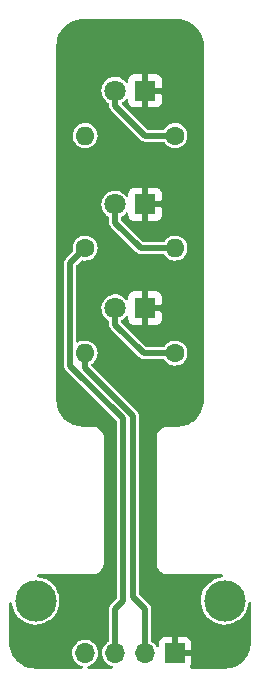
<source format=gtl>
G04 #@! TF.GenerationSoftware,KiCad,Pcbnew,6.0.5-a6ca702e91~116~ubuntu20.04.1*
G04 #@! TF.CreationDate,2022-06-20T08:29:12+02:00*
G04 #@! TF.ProjectId,traffic_lights_vehicle,74726166-6669-4635-9f6c-69676874735f,1.0*
G04 #@! TF.SameCoordinates,Original*
G04 #@! TF.FileFunction,Copper,L1,Top*
G04 #@! TF.FilePolarity,Positive*
%FSLAX46Y46*%
G04 Gerber Fmt 4.6, Leading zero omitted, Abs format (unit mm)*
G04 Created by KiCad (PCBNEW 6.0.5-a6ca702e91~116~ubuntu20.04.1) date 2022-06-20 08:29:12*
%MOMM*%
%LPD*%
G01*
G04 APERTURE LIST*
G04 #@! TA.AperFunction,ComponentPad*
%ADD10R,1.800000X1.800000*%
G04 #@! TD*
G04 #@! TA.AperFunction,ComponentPad*
%ADD11C,1.800000*%
G04 #@! TD*
G04 #@! TA.AperFunction,ComponentPad*
%ADD12R,1.700000X1.700000*%
G04 #@! TD*
G04 #@! TA.AperFunction,ComponentPad*
%ADD13O,1.700000X1.700000*%
G04 #@! TD*
G04 #@! TA.AperFunction,ComponentPad*
%ADD14C,1.600000*%
G04 #@! TD*
G04 #@! TA.AperFunction,ComponentPad*
%ADD15O,1.600000X1.600000*%
G04 #@! TD*
G04 #@! TA.AperFunction,ViaPad*
%ADD16C,3.500000*%
G04 #@! TD*
G04 #@! TA.AperFunction,Conductor*
%ADD17C,0.500000*%
G04 #@! TD*
G04 #@! TA.AperFunction,Conductor*
%ADD18C,0.250000*%
G04 #@! TD*
G04 APERTURE END LIST*
D10*
X111760000Y-50800000D03*
D11*
X109220000Y-50800000D03*
D10*
X111760000Y-60445000D03*
D11*
X109220000Y-60445000D03*
D10*
X111760000Y-69215000D03*
D11*
X109220000Y-69215000D03*
D12*
X114300000Y-98425000D03*
D13*
X111760000Y-98425000D03*
X109220000Y-98425000D03*
X106680000Y-98425000D03*
D14*
X114300000Y-54610000D03*
D15*
X106680000Y-54610000D03*
D14*
X106680000Y-64135000D03*
D15*
X114300000Y-64135000D03*
D14*
X114300000Y-73025000D03*
D15*
X106680000Y-73025000D03*
D16*
X118500000Y-94000000D03*
X102500000Y-94000000D03*
D17*
X111757208Y-54610000D02*
X109220000Y-52072792D01*
X114300000Y-54610000D02*
X111757208Y-54610000D01*
X109220000Y-52072792D02*
X109220000Y-50800000D01*
D18*
X111760000Y-54610000D02*
X109220000Y-52070000D01*
D17*
X109220000Y-60445000D02*
X109220000Y-61976000D01*
X109220000Y-61976000D02*
X111379000Y-64135000D01*
X111379000Y-64135000D02*
X114300000Y-64135000D01*
X109855000Y-78561814D02*
X105429999Y-74136813D01*
X109220000Y-94682919D02*
X109855000Y-94047919D01*
X109855000Y-94047919D02*
X109855000Y-78561814D01*
D18*
X105410000Y-74295000D02*
X105410000Y-65405000D01*
X105411410Y-74295000D02*
X105410000Y-74295000D01*
D17*
X105429999Y-74136813D02*
X105429999Y-65385001D01*
X109220000Y-95250000D02*
X109220000Y-94682919D01*
X105429999Y-65385001D02*
X106680000Y-64135000D01*
X109220000Y-98425000D02*
X109220000Y-95250000D01*
X111760000Y-73025000D02*
X114300000Y-73025000D01*
X109220000Y-69215000D02*
X109220000Y-70612000D01*
X109220000Y-70612000D02*
X111633000Y-73025000D01*
X111633000Y-73025000D02*
X111760000Y-73025000D01*
X111760000Y-94682919D02*
X110744000Y-93666919D01*
X110744000Y-78359000D02*
X106680000Y-74295000D01*
X111760000Y-98425000D02*
X111760000Y-95250000D01*
X110744000Y-93666919D02*
X110744000Y-78359000D01*
X106680000Y-74295000D02*
X106680000Y-73025000D01*
X111760000Y-95250000D02*
X111760000Y-94682919D01*
X115550001Y-53190001D02*
X113160000Y-50800000D01*
X113160000Y-60445000D02*
X115550001Y-58054999D01*
X113160000Y-69215000D02*
X115550001Y-66824999D01*
X115550001Y-71605001D02*
X113160000Y-69215000D01*
D18*
X115425001Y-62960001D02*
X115425001Y-66699999D01*
X115425001Y-66699999D02*
X112910000Y-69215000D01*
D17*
X111760000Y-69215000D02*
X113160000Y-69215000D01*
X115550001Y-62835001D02*
X113160000Y-60445000D01*
D18*
X112910000Y-69215000D02*
X111760000Y-69215000D01*
D17*
X111760000Y-60445000D02*
X113160000Y-60445000D01*
X111760000Y-78740000D02*
X115550001Y-74949999D01*
D18*
X112910000Y-69215000D02*
X115570000Y-71875000D01*
D17*
X111760000Y-91995000D02*
X111760000Y-78740000D01*
D18*
X112910000Y-50800000D02*
X111760000Y-50800000D01*
X115570000Y-71875000D02*
X115570000Y-74930000D01*
D17*
X114300000Y-98425000D02*
X114300000Y-95250000D01*
X115550001Y-74949999D02*
X115550001Y-71605001D01*
X115550001Y-58054999D02*
X115550001Y-53190001D01*
X114300000Y-95250000D02*
X114300000Y-94535000D01*
X114300000Y-94535000D02*
X111760000Y-91995000D01*
X115550001Y-66824999D02*
X115550001Y-62835001D01*
X113160000Y-50800000D02*
X111760000Y-50800000D01*
G04 #@! TA.AperFunction,Conductor*
G36*
X114487103Y-44756921D02*
G01*
X114500000Y-44759486D01*
X114512172Y-44757065D01*
X114524580Y-44757065D01*
X114524580Y-44757385D01*
X114535456Y-44756645D01*
X114763057Y-44770412D01*
X114778161Y-44772246D01*
X115029885Y-44818376D01*
X115044658Y-44822017D01*
X115288996Y-44898156D01*
X115303214Y-44903549D01*
X115536584Y-45008579D01*
X115550057Y-45015650D01*
X115769069Y-45148049D01*
X115781590Y-45156692D01*
X115983043Y-45314519D01*
X115994432Y-45324609D01*
X116175391Y-45505568D01*
X116185481Y-45516957D01*
X116343308Y-45718410D01*
X116351951Y-45730931D01*
X116484350Y-45949943D01*
X116491421Y-45963416D01*
X116596450Y-46196782D01*
X116601846Y-46211009D01*
X116677983Y-46455342D01*
X116681624Y-46470115D01*
X116727754Y-46721839D01*
X116729588Y-46736943D01*
X116743355Y-46964544D01*
X116742615Y-46975420D01*
X116742935Y-46975420D01*
X116742935Y-46987828D01*
X116740514Y-47000000D01*
X116742935Y-47012170D01*
X116743079Y-47012894D01*
X116745500Y-47037476D01*
X116745500Y-76962524D01*
X116743079Y-76987103D01*
X116740514Y-77000000D01*
X116742935Y-77012172D01*
X116742935Y-77024580D01*
X116742615Y-77024580D01*
X116743355Y-77035456D01*
X116729588Y-77263057D01*
X116727754Y-77278161D01*
X116681624Y-77529885D01*
X116677983Y-77544658D01*
X116601846Y-77788991D01*
X116596451Y-77803214D01*
X116491421Y-78036584D01*
X116484350Y-78050057D01*
X116351951Y-78269069D01*
X116343308Y-78281590D01*
X116185481Y-78483043D01*
X116175391Y-78494432D01*
X115994432Y-78675391D01*
X115983043Y-78685481D01*
X115781590Y-78843308D01*
X115769069Y-78851951D01*
X115550057Y-78984350D01*
X115536586Y-78991420D01*
X115303214Y-79096451D01*
X115288996Y-79101844D01*
X115112162Y-79156948D01*
X115044658Y-79177983D01*
X115029885Y-79181624D01*
X114778161Y-79227754D01*
X114763057Y-79229588D01*
X114535456Y-79243355D01*
X114524580Y-79242615D01*
X114524580Y-79242935D01*
X114512172Y-79242935D01*
X114500000Y-79240514D01*
X114487103Y-79243079D01*
X114462524Y-79245500D01*
X113787476Y-79245500D01*
X113762897Y-79243079D01*
X113750000Y-79240514D01*
X113739688Y-79242565D01*
X113735459Y-79242935D01*
X113734448Y-79242935D01*
X113732850Y-79243163D01*
X113574904Y-79256982D01*
X113569591Y-79258406D01*
X113569589Y-79258406D01*
X113522900Y-79270916D01*
X113405128Y-79302473D01*
X113245832Y-79376755D01*
X113241330Y-79379907D01*
X113241327Y-79379909D01*
X113241326Y-79379910D01*
X113101853Y-79477569D01*
X112977569Y-79601853D01*
X112974416Y-79606356D01*
X112916080Y-79689670D01*
X112876755Y-79745832D01*
X112802473Y-79905128D01*
X112756982Y-80074904D01*
X112743164Y-80232845D01*
X112742935Y-80234448D01*
X112742935Y-80235459D01*
X112742565Y-80239688D01*
X112740514Y-80250000D01*
X112742935Y-80262170D01*
X112743079Y-80262894D01*
X112745500Y-80287476D01*
X112745500Y-90712524D01*
X112743079Y-90737103D01*
X112740514Y-90750000D01*
X112742565Y-90760312D01*
X112742935Y-90764541D01*
X112742935Y-90765552D01*
X112743163Y-90767150D01*
X112756982Y-90925096D01*
X112802473Y-91094872D01*
X112804795Y-91099852D01*
X112804796Y-91099854D01*
X112872713Y-91245500D01*
X112876755Y-91254169D01*
X112977569Y-91398147D01*
X113101853Y-91522431D01*
X113106356Y-91525584D01*
X113241327Y-91620091D01*
X113241330Y-91620093D01*
X113245832Y-91623245D01*
X113405128Y-91697527D01*
X113522900Y-91729084D01*
X113569589Y-91741594D01*
X113569591Y-91741594D01*
X113574904Y-91743018D01*
X113732850Y-91756837D01*
X113734448Y-91757065D01*
X113735459Y-91757065D01*
X113739688Y-91757435D01*
X113750000Y-91759486D01*
X113762897Y-91756921D01*
X113787476Y-91754500D01*
X118240540Y-91754500D01*
X118308661Y-91774502D01*
X118355154Y-91828158D01*
X118365258Y-91898432D01*
X118335764Y-91963012D01*
X118276038Y-92001396D01*
X118256334Y-92005506D01*
X118252568Y-92005982D01*
X118248128Y-92006226D01*
X118243768Y-92007093D01*
X118243762Y-92007094D01*
X118107296Y-92034239D01*
X117969715Y-92061606D01*
X117965505Y-92063084D01*
X117965503Y-92063085D01*
X117914996Y-92080822D01*
X117701884Y-92155662D01*
X117697933Y-92157715D01*
X117697927Y-92157717D01*
X117453926Y-92284465D01*
X117449976Y-92286517D01*
X117446361Y-92289100D01*
X117446355Y-92289104D01*
X117404214Y-92319219D01*
X117219020Y-92451561D01*
X117013623Y-92647501D01*
X117010867Y-92650997D01*
X117010866Y-92650998D01*
X116976291Y-92694856D01*
X116837882Y-92870426D01*
X116835645Y-92874278D01*
X116697540Y-93112042D01*
X116697537Y-93112048D01*
X116695306Y-93115889D01*
X116693636Y-93120012D01*
X116590411Y-93374861D01*
X116590408Y-93374869D01*
X116588738Y-93378993D01*
X116520305Y-93654488D01*
X116491372Y-93936876D01*
X116493852Y-94000000D01*
X116500743Y-94175386D01*
X116502516Y-94220524D01*
X116553516Y-94499772D01*
X116593719Y-94620276D01*
X116628256Y-94723795D01*
X116643353Y-94769048D01*
X116686294Y-94854986D01*
X116728954Y-94940361D01*
X116770236Y-95022980D01*
X116931631Y-95256500D01*
X117124320Y-95464950D01*
X117127774Y-95467762D01*
X117341001Y-95641356D01*
X117341005Y-95641359D01*
X117344458Y-95644170D01*
X117587652Y-95790585D01*
X117591747Y-95792319D01*
X117591749Y-95792320D01*
X117774820Y-95869840D01*
X117849049Y-95901272D01*
X117853342Y-95902410D01*
X117853347Y-95902412D01*
X117996898Y-95940473D01*
X118123435Y-95974024D01*
X118405334Y-96007389D01*
X118689122Y-96000701D01*
X118693517Y-95999969D01*
X118693522Y-95999969D01*
X118964734Y-95954827D01*
X118964738Y-95954826D01*
X118969136Y-95954094D01*
X119146887Y-95897878D01*
X119235544Y-95869840D01*
X119235546Y-95869839D01*
X119239790Y-95868497D01*
X119243801Y-95866571D01*
X119243806Y-95866569D01*
X119491665Y-95747549D01*
X119491666Y-95747548D01*
X119495684Y-95745619D01*
X119651724Y-95641356D01*
X119728002Y-95590389D01*
X119728006Y-95590386D01*
X119731710Y-95587911D01*
X119735027Y-95584940D01*
X119735031Y-95584937D01*
X119939845Y-95401490D01*
X119943161Y-95398520D01*
X120125817Y-95181225D01*
X120128174Y-95177446D01*
X120273669Y-94944152D01*
X120273671Y-94944149D01*
X120276033Y-94940361D01*
X120286230Y-94917297D01*
X120313777Y-94854985D01*
X120390813Y-94680734D01*
X120399151Y-94651172D01*
X120424360Y-94561785D01*
X120467866Y-94407525D01*
X120494621Y-94208328D01*
X120523514Y-94143476D01*
X120582881Y-94104540D01*
X120653874Y-94103881D01*
X120713954Y-94141708D01*
X120744046Y-94206012D01*
X120745500Y-94225101D01*
X120745500Y-97462524D01*
X120743079Y-97487103D01*
X120740514Y-97500000D01*
X120742935Y-97512172D01*
X120742935Y-97524580D01*
X120742615Y-97524580D01*
X120743355Y-97535456D01*
X120729588Y-97763057D01*
X120727754Y-97778161D01*
X120681624Y-98029885D01*
X120677983Y-98044658D01*
X120631329Y-98194378D01*
X120601846Y-98288991D01*
X120596451Y-98303214D01*
X120515513Y-98483053D01*
X120491421Y-98536584D01*
X120484350Y-98550057D01*
X120351951Y-98769069D01*
X120343308Y-98781590D01*
X120328484Y-98800512D01*
X120205265Y-98957791D01*
X120185481Y-98983043D01*
X120175391Y-98994432D01*
X119994432Y-99175391D01*
X119983043Y-99185481D01*
X119781590Y-99343308D01*
X119769069Y-99351951D01*
X119605565Y-99450794D01*
X119555240Y-99481217D01*
X119550057Y-99484350D01*
X119536586Y-99491420D01*
X119303214Y-99596451D01*
X119288996Y-99601844D01*
X119112162Y-99656948D01*
X119044658Y-99677983D01*
X119029885Y-99681624D01*
X118778161Y-99727754D01*
X118763057Y-99729588D01*
X118535456Y-99743355D01*
X118524580Y-99742615D01*
X118524580Y-99742935D01*
X118512172Y-99742935D01*
X118500000Y-99740514D01*
X118487103Y-99743079D01*
X118462524Y-99745500D01*
X115684156Y-99745500D01*
X115616035Y-99725498D01*
X115569542Y-99671842D01*
X115559438Y-99601568D01*
X115583329Y-99543937D01*
X115594784Y-99528652D01*
X115603324Y-99513054D01*
X115648478Y-99392606D01*
X115652105Y-99377351D01*
X115657631Y-99326486D01*
X115658000Y-99319672D01*
X115658000Y-98697115D01*
X115653525Y-98681876D01*
X115652135Y-98680671D01*
X115644452Y-98679000D01*
X114172000Y-98679000D01*
X114103879Y-98658998D01*
X114057386Y-98605342D01*
X114046000Y-98553000D01*
X114046000Y-98152885D01*
X114554000Y-98152885D01*
X114558475Y-98168124D01*
X114559865Y-98169329D01*
X114567548Y-98171000D01*
X115639884Y-98171000D01*
X115655123Y-98166525D01*
X115656328Y-98165135D01*
X115657999Y-98157452D01*
X115657999Y-97530331D01*
X115657629Y-97523510D01*
X115652105Y-97472648D01*
X115648479Y-97457396D01*
X115603324Y-97336946D01*
X115594786Y-97321351D01*
X115518285Y-97219276D01*
X115505724Y-97206715D01*
X115403649Y-97130214D01*
X115388054Y-97121676D01*
X115267606Y-97076522D01*
X115252351Y-97072895D01*
X115201486Y-97067369D01*
X115194672Y-97067000D01*
X114572115Y-97067000D01*
X114556876Y-97071475D01*
X114555671Y-97072865D01*
X114554000Y-97080548D01*
X114554000Y-98152885D01*
X114046000Y-98152885D01*
X114046000Y-97085116D01*
X114041525Y-97069877D01*
X114040135Y-97068672D01*
X114032452Y-97067001D01*
X113405331Y-97067001D01*
X113398510Y-97067371D01*
X113347648Y-97072895D01*
X113332396Y-97076521D01*
X113211946Y-97121676D01*
X113196351Y-97130214D01*
X113094276Y-97206715D01*
X113081715Y-97219276D01*
X113005214Y-97321351D01*
X112996676Y-97336946D01*
X112951522Y-97457394D01*
X112947895Y-97472649D01*
X112942369Y-97523514D01*
X112942000Y-97530328D01*
X112942000Y-97785160D01*
X112921998Y-97853281D01*
X112868342Y-97899774D01*
X112798068Y-97909878D01*
X112733488Y-97880384D01*
X112708567Y-97850994D01*
X112708331Y-97850608D01*
X112705776Y-97845428D01*
X112584320Y-97682779D01*
X112435258Y-97544987D01*
X112430375Y-97541906D01*
X112430371Y-97541903D01*
X112323265Y-97474325D01*
X112276326Y-97421058D01*
X112264500Y-97367763D01*
X112264500Y-94753543D01*
X112265841Y-94741538D01*
X112265345Y-94741498D01*
X112266065Y-94732551D01*
X112268046Y-94723795D01*
X112264742Y-94670538D01*
X112264500Y-94662736D01*
X112264500Y-94646693D01*
X112263371Y-94638805D01*
X112263034Y-94636455D01*
X112262004Y-94626400D01*
X112259654Y-94588520D01*
X112259654Y-94588518D01*
X112259098Y-94579561D01*
X112256051Y-94571120D01*
X112255372Y-94567842D01*
X112251416Y-94551974D01*
X112250473Y-94548750D01*
X112249201Y-94539867D01*
X112245487Y-94531698D01*
X112245485Y-94531692D01*
X112229775Y-94497140D01*
X112225961Y-94487771D01*
X112223914Y-94482101D01*
X112210028Y-94443635D01*
X112204731Y-94436385D01*
X112203154Y-94433418D01*
X112194907Y-94419305D01*
X112193102Y-94416482D01*
X112189388Y-94408314D01*
X112179090Y-94396362D01*
X112164162Y-94379038D01*
X112158753Y-94372761D01*
X112152475Y-94364855D01*
X112144527Y-94353975D01*
X112133665Y-94343113D01*
X112127307Y-94336266D01*
X112100915Y-94305637D01*
X112095056Y-94298837D01*
X112087521Y-94293953D01*
X112080949Y-94288220D01*
X112069545Y-94278993D01*
X111285405Y-93494853D01*
X111251379Y-93432541D01*
X111248500Y-93405758D01*
X111248500Y-78429624D01*
X111249841Y-78417619D01*
X111249345Y-78417579D01*
X111250065Y-78408632D01*
X111252046Y-78399876D01*
X111248742Y-78346619D01*
X111248500Y-78338817D01*
X111248500Y-78322774D01*
X111247034Y-78312536D01*
X111246004Y-78302481D01*
X111243654Y-78264601D01*
X111243654Y-78264599D01*
X111243098Y-78255642D01*
X111240051Y-78247201D01*
X111239372Y-78243923D01*
X111235416Y-78228055D01*
X111234473Y-78224831D01*
X111233201Y-78215948D01*
X111229487Y-78207779D01*
X111229485Y-78207773D01*
X111213775Y-78173221D01*
X111209961Y-78163852D01*
X111197077Y-78128163D01*
X111194028Y-78119716D01*
X111188731Y-78112466D01*
X111187154Y-78109499D01*
X111178907Y-78095386D01*
X111177102Y-78092563D01*
X111173388Y-78084395D01*
X111142753Y-78048842D01*
X111136475Y-78040936D01*
X111128527Y-78030056D01*
X111117665Y-78019194D01*
X111111307Y-78012347D01*
X111084915Y-77981718D01*
X111079056Y-77974918D01*
X111071521Y-77970034D01*
X111064949Y-77964301D01*
X111053545Y-77955074D01*
X107221405Y-74122934D01*
X107187379Y-74060622D01*
X107184500Y-74033839D01*
X107184500Y-74028357D01*
X107204502Y-73960236D01*
X107242794Y-73922162D01*
X107247763Y-73919652D01*
X107252615Y-73915861D01*
X107252620Y-73915858D01*
X107329242Y-73855993D01*
X107410722Y-73792334D01*
X107414748Y-73787670D01*
X107414751Y-73787667D01*
X107541819Y-73640457D01*
X107541820Y-73640455D01*
X107545848Y-73635789D01*
X107603953Y-73533507D01*
X107644950Y-73461340D01*
X107644952Y-73461336D01*
X107647995Y-73455979D01*
X107686273Y-73340911D01*
X107711325Y-73265601D01*
X107711326Y-73265598D01*
X107713270Y-73259753D01*
X107739189Y-73054586D01*
X107739602Y-73025000D01*
X107719422Y-72819189D01*
X107659651Y-72621217D01*
X107606099Y-72520500D01*
X107565459Y-72444067D01*
X107565457Y-72444064D01*
X107562565Y-72438625D01*
X107558674Y-72433855D01*
X107558672Y-72433851D01*
X107435758Y-72283143D01*
X107435755Y-72283140D01*
X107431863Y-72278368D01*
X107427114Y-72274439D01*
X107277271Y-72150478D01*
X107277266Y-72150475D01*
X107272522Y-72146550D01*
X107267103Y-72143620D01*
X107267100Y-72143618D01*
X107096032Y-72051122D01*
X107096027Y-72051120D01*
X107090612Y-72048192D01*
X106893063Y-71987040D01*
X106886938Y-71986396D01*
X106886937Y-71986396D01*
X106693526Y-71966068D01*
X106693524Y-71966068D01*
X106687397Y-71965424D01*
X106561229Y-71976906D01*
X106487591Y-71983607D01*
X106487590Y-71983607D01*
X106481450Y-71984166D01*
X106283066Y-72042554D01*
X106118873Y-72128392D01*
X106049239Y-72142226D01*
X105983178Y-72116216D01*
X105941666Y-72058620D01*
X105934499Y-72016730D01*
X105934499Y-69184649D01*
X108060951Y-69184649D01*
X108074829Y-69396377D01*
X108127058Y-69602031D01*
X108215890Y-69794723D01*
X108338350Y-69968000D01*
X108490337Y-70116059D01*
X108495133Y-70119264D01*
X108495136Y-70119266D01*
X108565806Y-70166486D01*
X108659503Y-70229092D01*
X108705030Y-70283568D01*
X108715500Y-70333856D01*
X108715500Y-70541376D01*
X108714159Y-70553381D01*
X108714655Y-70553421D01*
X108713935Y-70562368D01*
X108711954Y-70571124D01*
X108712510Y-70580084D01*
X108715258Y-70624382D01*
X108715500Y-70632184D01*
X108715500Y-70648226D01*
X108716135Y-70652657D01*
X108716135Y-70652662D01*
X108716965Y-70658453D01*
X108717996Y-70668514D01*
X108720902Y-70715359D01*
X108723949Y-70723799D01*
X108724630Y-70727089D01*
X108728582Y-70742938D01*
X108729527Y-70746168D01*
X108730799Y-70755052D01*
X108734514Y-70763223D01*
X108750218Y-70797763D01*
X108754030Y-70807128D01*
X108766922Y-70842837D01*
X108766924Y-70842840D01*
X108769972Y-70851284D01*
X108775268Y-70858533D01*
X108776840Y-70861490D01*
X108785093Y-70875614D01*
X108786898Y-70878437D01*
X108790612Y-70886605D01*
X108796469Y-70893402D01*
X108796470Y-70893404D01*
X108821243Y-70922153D01*
X108827525Y-70930064D01*
X108835473Y-70940944D01*
X108846335Y-70951806D01*
X108852693Y-70958652D01*
X108884944Y-70996082D01*
X108892479Y-71000966D01*
X108899051Y-71006699D01*
X108910455Y-71015926D01*
X111226323Y-73331794D01*
X111233865Y-73341234D01*
X111234245Y-73340911D01*
X111240063Y-73347747D01*
X111244853Y-73355339D01*
X111251581Y-73361281D01*
X111284859Y-73390671D01*
X111290546Y-73396017D01*
X111301880Y-73407351D01*
X111305466Y-73410038D01*
X111305471Y-73410043D01*
X111310159Y-73413557D01*
X111317997Y-73419938D01*
X111353170Y-73451001D01*
X111361293Y-73454815D01*
X111364104Y-73456661D01*
X111378103Y-73465072D01*
X111381052Y-73466686D01*
X111388235Y-73472070D01*
X111425023Y-73485861D01*
X111432174Y-73488542D01*
X111441494Y-73492469D01*
X111483982Y-73512417D01*
X111492853Y-73513798D01*
X111496075Y-73514783D01*
X111511846Y-73518920D01*
X111515140Y-73519644D01*
X111523552Y-73522798D01*
X111532510Y-73523464D01*
X111532511Y-73523464D01*
X111570350Y-73526276D01*
X111580374Y-73527426D01*
X111593697Y-73529500D01*
X111609062Y-73529500D01*
X111618399Y-73529846D01*
X111667666Y-73533507D01*
X111676441Y-73531634D01*
X111685137Y-73531041D01*
X111699737Y-73529500D01*
X113296708Y-73529500D01*
X113364829Y-73549502D01*
X113401223Y-73589594D01*
X113403179Y-73588334D01*
X113406516Y-73593512D01*
X113409334Y-73598995D01*
X113413163Y-73603826D01*
X113438497Y-73635789D01*
X113537786Y-73761061D01*
X113695271Y-73895091D01*
X113875789Y-73995980D01*
X114072466Y-74059884D01*
X114277809Y-74084370D01*
X114283944Y-74083898D01*
X114283946Y-74083898D01*
X114477856Y-74068977D01*
X114477860Y-74068976D01*
X114483998Y-74068504D01*
X114683178Y-74012892D01*
X114688682Y-74010112D01*
X114688684Y-74010111D01*
X114862262Y-73922431D01*
X114862264Y-73922430D01*
X114867763Y-73919652D01*
X115030722Y-73792334D01*
X115034748Y-73787670D01*
X115034751Y-73787667D01*
X115161819Y-73640457D01*
X115161820Y-73640455D01*
X115165848Y-73635789D01*
X115223953Y-73533507D01*
X115264950Y-73461340D01*
X115264952Y-73461336D01*
X115267995Y-73455979D01*
X115306273Y-73340911D01*
X115331325Y-73265601D01*
X115331326Y-73265598D01*
X115333270Y-73259753D01*
X115359189Y-73054586D01*
X115359602Y-73025000D01*
X115339422Y-72819189D01*
X115279651Y-72621217D01*
X115226099Y-72520500D01*
X115185459Y-72444067D01*
X115185457Y-72444064D01*
X115182565Y-72438625D01*
X115178674Y-72433855D01*
X115178672Y-72433851D01*
X115055758Y-72283143D01*
X115055755Y-72283140D01*
X115051863Y-72278368D01*
X115047114Y-72274439D01*
X114897271Y-72150478D01*
X114897266Y-72150475D01*
X114892522Y-72146550D01*
X114887103Y-72143620D01*
X114887100Y-72143618D01*
X114716032Y-72051122D01*
X114716027Y-72051120D01*
X114710612Y-72048192D01*
X114513063Y-71987040D01*
X114506938Y-71986396D01*
X114506937Y-71986396D01*
X114313526Y-71966068D01*
X114313524Y-71966068D01*
X114307397Y-71965424D01*
X114181229Y-71976906D01*
X114107591Y-71983607D01*
X114107590Y-71983607D01*
X114101450Y-71984166D01*
X113903066Y-72042554D01*
X113897601Y-72045411D01*
X113725261Y-72135508D01*
X113725257Y-72135511D01*
X113719801Y-72138363D01*
X113558635Y-72267943D01*
X113425708Y-72426360D01*
X113422744Y-72431752D01*
X113422741Y-72431756D01*
X113409851Y-72455203D01*
X113359505Y-72505260D01*
X113299437Y-72520500D01*
X111894161Y-72520500D01*
X111826040Y-72500498D01*
X111805066Y-72483595D01*
X109761405Y-70439934D01*
X109727379Y-70377622D01*
X109724500Y-70350839D01*
X109724500Y-70329625D01*
X109744502Y-70261504D01*
X109788934Y-70219691D01*
X109871670Y-70173357D01*
X109871674Y-70173354D01*
X109876717Y-70170530D01*
X110039852Y-70034852D01*
X110129128Y-69927509D01*
X110188065Y-69887927D01*
X110259047Y-69886491D01*
X110319537Y-69923658D01*
X110350330Y-69987629D01*
X110352001Y-70008080D01*
X110352001Y-70159669D01*
X110352371Y-70166490D01*
X110357895Y-70217352D01*
X110361521Y-70232604D01*
X110406676Y-70353054D01*
X110415214Y-70368649D01*
X110491715Y-70470724D01*
X110504276Y-70483285D01*
X110606351Y-70559786D01*
X110621946Y-70568324D01*
X110742394Y-70613478D01*
X110757649Y-70617105D01*
X110808514Y-70622631D01*
X110815328Y-70623000D01*
X111487885Y-70623000D01*
X111503124Y-70618525D01*
X111504329Y-70617135D01*
X111506000Y-70609452D01*
X111506000Y-70604884D01*
X112014000Y-70604884D01*
X112018475Y-70620123D01*
X112019865Y-70621328D01*
X112027548Y-70622999D01*
X112704669Y-70622999D01*
X112711490Y-70622629D01*
X112762352Y-70617105D01*
X112777604Y-70613479D01*
X112898054Y-70568324D01*
X112913649Y-70559786D01*
X113015724Y-70483285D01*
X113028285Y-70470724D01*
X113104786Y-70368649D01*
X113113324Y-70353054D01*
X113158478Y-70232606D01*
X113162105Y-70217351D01*
X113167631Y-70166486D01*
X113168000Y-70159672D01*
X113168000Y-69487115D01*
X113163525Y-69471876D01*
X113162135Y-69470671D01*
X113154452Y-69469000D01*
X112032115Y-69469000D01*
X112016876Y-69473475D01*
X112015671Y-69474865D01*
X112014000Y-69482548D01*
X112014000Y-70604884D01*
X111506000Y-70604884D01*
X111506000Y-68942885D01*
X112014000Y-68942885D01*
X112018475Y-68958124D01*
X112019865Y-68959329D01*
X112027548Y-68961000D01*
X113149884Y-68961000D01*
X113165123Y-68956525D01*
X113166328Y-68955135D01*
X113167999Y-68947452D01*
X113167999Y-68270331D01*
X113167629Y-68263510D01*
X113162105Y-68212648D01*
X113158479Y-68197396D01*
X113113324Y-68076946D01*
X113104786Y-68061351D01*
X113028285Y-67959276D01*
X113015724Y-67946715D01*
X112913649Y-67870214D01*
X112898054Y-67861676D01*
X112777606Y-67816522D01*
X112762351Y-67812895D01*
X112711486Y-67807369D01*
X112704672Y-67807000D01*
X112032115Y-67807000D01*
X112016876Y-67811475D01*
X112015671Y-67812865D01*
X112014000Y-67820548D01*
X112014000Y-68942885D01*
X111506000Y-68942885D01*
X111506000Y-67825116D01*
X111501525Y-67809877D01*
X111500135Y-67808672D01*
X111492452Y-67807001D01*
X110815331Y-67807001D01*
X110808510Y-67807371D01*
X110757648Y-67812895D01*
X110742396Y-67816521D01*
X110621946Y-67861676D01*
X110606351Y-67870214D01*
X110504276Y-67946715D01*
X110491715Y-67959276D01*
X110415214Y-68061351D01*
X110406676Y-68076946D01*
X110361522Y-68197394D01*
X110357895Y-68212649D01*
X110352369Y-68263514D01*
X110352000Y-68270328D01*
X110352000Y-68421918D01*
X110331998Y-68490039D01*
X110278342Y-68536532D01*
X110208068Y-68546636D01*
X110143488Y-68517142D01*
X110125042Y-68497307D01*
X110085089Y-68443803D01*
X110085088Y-68443802D01*
X110081636Y-68439179D01*
X110057524Y-68416890D01*
X109930066Y-68299069D01*
X109930063Y-68299067D01*
X109925826Y-68295150D01*
X109746377Y-68181926D01*
X109549300Y-68103300D01*
X109543643Y-68102175D01*
X109543637Y-68102173D01*
X109346863Y-68063033D01*
X109346859Y-68063033D01*
X109341195Y-68061906D01*
X109335420Y-68061830D01*
X109335416Y-68061830D01*
X109228804Y-68060434D01*
X109129031Y-68059128D01*
X109123334Y-68060107D01*
X109123333Y-68060107D01*
X109106305Y-68063033D01*
X108919913Y-68095061D01*
X108720846Y-68168501D01*
X108715885Y-68171453D01*
X108715884Y-68171453D01*
X108543463Y-68274032D01*
X108543460Y-68274034D01*
X108538495Y-68276988D01*
X108534155Y-68280794D01*
X108534151Y-68280797D01*
X108383309Y-68413083D01*
X108378968Y-68416890D01*
X108247607Y-68583520D01*
X108148812Y-68771299D01*
X108085891Y-68973938D01*
X108060951Y-69184649D01*
X105934499Y-69184649D01*
X105934499Y-65646162D01*
X105954501Y-65578041D01*
X105971404Y-65557067D01*
X106327233Y-65201238D01*
X106389545Y-65167212D01*
X106443383Y-65167272D01*
X106446612Y-65167982D01*
X106452466Y-65169884D01*
X106657809Y-65194370D01*
X106663944Y-65193898D01*
X106663946Y-65193898D01*
X106857856Y-65178977D01*
X106857860Y-65178976D01*
X106863998Y-65178504D01*
X107063178Y-65122892D01*
X107068682Y-65120112D01*
X107068684Y-65120111D01*
X107242262Y-65032431D01*
X107242264Y-65032430D01*
X107247763Y-65029652D01*
X107410722Y-64902334D01*
X107414748Y-64897670D01*
X107414751Y-64897667D01*
X107541819Y-64750457D01*
X107541820Y-64750455D01*
X107545848Y-64745789D01*
X107603953Y-64643507D01*
X107644950Y-64571340D01*
X107644952Y-64571336D01*
X107647995Y-64565979D01*
X107686273Y-64450911D01*
X107711325Y-64375601D01*
X107711326Y-64375598D01*
X107713270Y-64369753D01*
X107739189Y-64164586D01*
X107739602Y-64135000D01*
X107719422Y-63929189D01*
X107659651Y-63731217D01*
X107606099Y-63630500D01*
X107565459Y-63554067D01*
X107565457Y-63554064D01*
X107562565Y-63548625D01*
X107558674Y-63543855D01*
X107558672Y-63543851D01*
X107435758Y-63393143D01*
X107435755Y-63393140D01*
X107431863Y-63388368D01*
X107424966Y-63382662D01*
X107277271Y-63260478D01*
X107277266Y-63260475D01*
X107272522Y-63256550D01*
X107267103Y-63253620D01*
X107267100Y-63253618D01*
X107096032Y-63161122D01*
X107096027Y-63161120D01*
X107090612Y-63158192D01*
X106893063Y-63097040D01*
X106886938Y-63096396D01*
X106886937Y-63096396D01*
X106693526Y-63076068D01*
X106693524Y-63076068D01*
X106687397Y-63075424D01*
X106561229Y-63086906D01*
X106487591Y-63093607D01*
X106487590Y-63093607D01*
X106481450Y-63094166D01*
X106283066Y-63152554D01*
X106277601Y-63155411D01*
X106105261Y-63245508D01*
X106105257Y-63245511D01*
X106099801Y-63248363D01*
X105938635Y-63377943D01*
X105805708Y-63536360D01*
X105706082Y-63717578D01*
X105643553Y-63914696D01*
X105620501Y-64120206D01*
X105637806Y-64326278D01*
X105639506Y-64332206D01*
X105647977Y-64361748D01*
X105647528Y-64432743D01*
X105615954Y-64485575D01*
X105123205Y-64978324D01*
X105113765Y-64985866D01*
X105114088Y-64986246D01*
X105107252Y-64992064D01*
X105099660Y-64996854D01*
X105093718Y-65003582D01*
X105064328Y-65036860D01*
X105058982Y-65042547D01*
X105047648Y-65053881D01*
X105044963Y-65057464D01*
X105044961Y-65057466D01*
X105041446Y-65062156D01*
X105035061Y-65069999D01*
X105003998Y-65105171D01*
X105000185Y-65113293D01*
X104998345Y-65116094D01*
X104989936Y-65130089D01*
X104988314Y-65133052D01*
X104982929Y-65140237D01*
X104979776Y-65148647D01*
X104979775Y-65148649D01*
X104966453Y-65184183D01*
X104962529Y-65193496D01*
X104942582Y-65235983D01*
X104941200Y-65244857D01*
X104940214Y-65248084D01*
X104936074Y-65263867D01*
X104935353Y-65267145D01*
X104932201Y-65275553D01*
X104931536Y-65284504D01*
X104928723Y-65322358D01*
X104927569Y-65332405D01*
X104925499Y-65345698D01*
X104925499Y-65361063D01*
X104925153Y-65370400D01*
X104921492Y-65419668D01*
X104923365Y-65428443D01*
X104923958Y-65437139D01*
X104925499Y-65451739D01*
X104925499Y-74066189D01*
X104924158Y-74078194D01*
X104924654Y-74078234D01*
X104923934Y-74087181D01*
X104921953Y-74095937D01*
X104922509Y-74104897D01*
X104925257Y-74149195D01*
X104925499Y-74156997D01*
X104925499Y-74173039D01*
X104926134Y-74177470D01*
X104926134Y-74177475D01*
X104926964Y-74183266D01*
X104927995Y-74193327D01*
X104930901Y-74240172D01*
X104933948Y-74248612D01*
X104934629Y-74251902D01*
X104938581Y-74267751D01*
X104939526Y-74270981D01*
X104940798Y-74279865D01*
X104944513Y-74288036D01*
X104960217Y-74322576D01*
X104964029Y-74331941D01*
X104976921Y-74367650D01*
X104976923Y-74367653D01*
X104979971Y-74376097D01*
X104985267Y-74383346D01*
X104986839Y-74386303D01*
X104995092Y-74400427D01*
X104996897Y-74403250D01*
X105000611Y-74411418D01*
X105006468Y-74418215D01*
X105006469Y-74418217D01*
X105031242Y-74446966D01*
X105037524Y-74454877D01*
X105045472Y-74465757D01*
X105056334Y-74476619D01*
X105062692Y-74483466D01*
X105089084Y-74514096D01*
X105089086Y-74514098D01*
X105094943Y-74520895D01*
X105100773Y-74524674D01*
X105105218Y-74529383D01*
X105105990Y-74530814D01*
X105110531Y-74535011D01*
X105115461Y-74540234D01*
X105116560Y-74541651D01*
X105119778Y-74545188D01*
X105125429Y-74553940D01*
X105153663Y-74576197D01*
X105158460Y-74579979D01*
X105169550Y-74589835D01*
X109313595Y-78733880D01*
X109347621Y-78796192D01*
X109350500Y-78822975D01*
X109350500Y-93786758D01*
X109330498Y-93854879D01*
X109313595Y-93875853D01*
X108913206Y-94276242D01*
X108903766Y-94283784D01*
X108904089Y-94284164D01*
X108897253Y-94289982D01*
X108889661Y-94294772D01*
X108883719Y-94301500D01*
X108854329Y-94334778D01*
X108848983Y-94340465D01*
X108837649Y-94351799D01*
X108834964Y-94355382D01*
X108834962Y-94355384D01*
X108831447Y-94360074D01*
X108825062Y-94367917D01*
X108793999Y-94403089D01*
X108790186Y-94411211D01*
X108788346Y-94414012D01*
X108779937Y-94428007D01*
X108778315Y-94430970D01*
X108772930Y-94438155D01*
X108769777Y-94446565D01*
X108769776Y-94446567D01*
X108756454Y-94482101D01*
X108752530Y-94491414D01*
X108732583Y-94533901D01*
X108731201Y-94542775D01*
X108730215Y-94546002D01*
X108726075Y-94561785D01*
X108725354Y-94565063D01*
X108722202Y-94573471D01*
X108721537Y-94582422D01*
X108718724Y-94620276D01*
X108717570Y-94630323D01*
X108715500Y-94643616D01*
X108715500Y-94658981D01*
X108715154Y-94668318D01*
X108711493Y-94717586D01*
X108713366Y-94726361D01*
X108713959Y-94735057D01*
X108715500Y-94749657D01*
X108715500Y-97368214D01*
X108695498Y-97436335D01*
X108653923Y-97476499D01*
X108572978Y-97524656D01*
X108572977Y-97524657D01*
X108568010Y-97527612D01*
X108563670Y-97531418D01*
X108563666Y-97531421D01*
X108543723Y-97548911D01*
X108415392Y-97661455D01*
X108289720Y-97820869D01*
X108287031Y-97825980D01*
X108287029Y-97825983D01*
X108274073Y-97850609D01*
X108195203Y-98000515D01*
X108135007Y-98194378D01*
X108111148Y-98395964D01*
X108124424Y-98598522D01*
X108125845Y-98604118D01*
X108125846Y-98604123D01*
X108167738Y-98769069D01*
X108174392Y-98795269D01*
X108176809Y-98800512D01*
X108214010Y-98881208D01*
X108259377Y-98979616D01*
X108376533Y-99145389D01*
X108521938Y-99287035D01*
X108526742Y-99290245D01*
X108580980Y-99326486D01*
X108690720Y-99399812D01*
X108696023Y-99402090D01*
X108696026Y-99402092D01*
X108784707Y-99440192D01*
X108877228Y-99479942D01*
X108950877Y-99496607D01*
X109012903Y-99531150D01*
X109046408Y-99593743D01*
X109040754Y-99664514D01*
X108997735Y-99720994D01*
X108931011Y-99745249D01*
X108923069Y-99745500D01*
X106989453Y-99745500D01*
X106921332Y-99725498D01*
X106874839Y-99671842D01*
X106864735Y-99601568D01*
X106894229Y-99536988D01*
X106948952Y-99500187D01*
X106959499Y-99496607D01*
X106983994Y-99488292D01*
X107125693Y-99440192D01*
X107125698Y-99440190D01*
X107131165Y-99438334D01*
X107308276Y-99339147D01*
X107323495Y-99326490D01*
X107459913Y-99213031D01*
X107464345Y-99209345D01*
X107594147Y-99053276D01*
X107693334Y-98876165D01*
X107695190Y-98870698D01*
X107695192Y-98870693D01*
X107756728Y-98689414D01*
X107756729Y-98689409D01*
X107758584Y-98683945D01*
X107759412Y-98678236D01*
X107759413Y-98678231D01*
X107787179Y-98486727D01*
X107787712Y-98483053D01*
X107789232Y-98425000D01*
X107770658Y-98222859D01*
X107769090Y-98217299D01*
X107717125Y-98033046D01*
X107717124Y-98033044D01*
X107715557Y-98027487D01*
X107704978Y-98006033D01*
X107628331Y-97850609D01*
X107625776Y-97845428D01*
X107504320Y-97682779D01*
X107355258Y-97544987D01*
X107350375Y-97541906D01*
X107350371Y-97541903D01*
X107204728Y-97450010D01*
X107183581Y-97436667D01*
X106995039Y-97361446D01*
X106989379Y-97360320D01*
X106989375Y-97360319D01*
X106801613Y-97322971D01*
X106801610Y-97322971D01*
X106795946Y-97321844D01*
X106790171Y-97321768D01*
X106790167Y-97321768D01*
X106688793Y-97320441D01*
X106592971Y-97319187D01*
X106587274Y-97320166D01*
X106587273Y-97320166D01*
X106489620Y-97336946D01*
X106392910Y-97353564D01*
X106202463Y-97423824D01*
X106028010Y-97527612D01*
X106023670Y-97531418D01*
X106023666Y-97531421D01*
X106003723Y-97548911D01*
X105875392Y-97661455D01*
X105749720Y-97820869D01*
X105747031Y-97825980D01*
X105747029Y-97825983D01*
X105734073Y-97850609D01*
X105655203Y-98000515D01*
X105595007Y-98194378D01*
X105571148Y-98395964D01*
X105584424Y-98598522D01*
X105585845Y-98604118D01*
X105585846Y-98604123D01*
X105627738Y-98769069D01*
X105634392Y-98795269D01*
X105636809Y-98800512D01*
X105674010Y-98881208D01*
X105719377Y-98979616D01*
X105836533Y-99145389D01*
X105981938Y-99287035D01*
X105986742Y-99290245D01*
X106040980Y-99326486D01*
X106150720Y-99399812D01*
X106156023Y-99402090D01*
X106156026Y-99402092D01*
X106244707Y-99440192D01*
X106337228Y-99479942D01*
X106410877Y-99496607D01*
X106472903Y-99531150D01*
X106506408Y-99593743D01*
X106500754Y-99664514D01*
X106457735Y-99720994D01*
X106391011Y-99745249D01*
X106383069Y-99745500D01*
X102537476Y-99745500D01*
X102512897Y-99743079D01*
X102500000Y-99740514D01*
X102487828Y-99742935D01*
X102475420Y-99742935D01*
X102475420Y-99742615D01*
X102464544Y-99743355D01*
X102236943Y-99729588D01*
X102221839Y-99727754D01*
X101970115Y-99681624D01*
X101955342Y-99677983D01*
X101887838Y-99656948D01*
X101711004Y-99601844D01*
X101696786Y-99596451D01*
X101463414Y-99491420D01*
X101449943Y-99484350D01*
X101444761Y-99481217D01*
X101394435Y-99450794D01*
X101230931Y-99351951D01*
X101218410Y-99343308D01*
X101016957Y-99185481D01*
X101005568Y-99175391D01*
X100824609Y-98994432D01*
X100814519Y-98983043D01*
X100794736Y-98957791D01*
X100671516Y-98800512D01*
X100656692Y-98781590D01*
X100648049Y-98769069D01*
X100515650Y-98550057D01*
X100508579Y-98536584D01*
X100484487Y-98483053D01*
X100403549Y-98303214D01*
X100398154Y-98288991D01*
X100368672Y-98194378D01*
X100322017Y-98044658D01*
X100318376Y-98029885D01*
X100272246Y-97778161D01*
X100270412Y-97763057D01*
X100256645Y-97535456D01*
X100257385Y-97524580D01*
X100257065Y-97524580D01*
X100257065Y-97512172D01*
X100259486Y-97500000D01*
X100256921Y-97487103D01*
X100254500Y-97462524D01*
X100254500Y-94253751D01*
X100274502Y-94185630D01*
X100328158Y-94139137D01*
X100398432Y-94129033D01*
X100463012Y-94158527D01*
X100501396Y-94218253D01*
X100504450Y-94231114D01*
X100553516Y-94499772D01*
X100593719Y-94620276D01*
X100628256Y-94723795D01*
X100643353Y-94769048D01*
X100686294Y-94854986D01*
X100728954Y-94940361D01*
X100770236Y-95022980D01*
X100931631Y-95256500D01*
X101124320Y-95464950D01*
X101127774Y-95467762D01*
X101341001Y-95641356D01*
X101341005Y-95641359D01*
X101344458Y-95644170D01*
X101587652Y-95790585D01*
X101591747Y-95792319D01*
X101591749Y-95792320D01*
X101774820Y-95869840D01*
X101849049Y-95901272D01*
X101853342Y-95902410D01*
X101853347Y-95902412D01*
X101996898Y-95940473D01*
X102123435Y-95974024D01*
X102405334Y-96007389D01*
X102689122Y-96000701D01*
X102693517Y-95999969D01*
X102693522Y-95999969D01*
X102964734Y-95954827D01*
X102964738Y-95954826D01*
X102969136Y-95954094D01*
X103146887Y-95897878D01*
X103235544Y-95869840D01*
X103235546Y-95869839D01*
X103239790Y-95868497D01*
X103243801Y-95866571D01*
X103243806Y-95866569D01*
X103491665Y-95747549D01*
X103491666Y-95747548D01*
X103495684Y-95745619D01*
X103651724Y-95641356D01*
X103728002Y-95590389D01*
X103728006Y-95590386D01*
X103731710Y-95587911D01*
X103735027Y-95584940D01*
X103735031Y-95584937D01*
X103939845Y-95401490D01*
X103943161Y-95398520D01*
X104125817Y-95181225D01*
X104128174Y-95177446D01*
X104273669Y-94944152D01*
X104273671Y-94944149D01*
X104276033Y-94940361D01*
X104286230Y-94917297D01*
X104313777Y-94854985D01*
X104390813Y-94680734D01*
X104399151Y-94651172D01*
X104424360Y-94561785D01*
X104467866Y-94407525D01*
X104483867Y-94288397D01*
X104505227Y-94129367D01*
X104505228Y-94129359D01*
X104505654Y-94126185D01*
X104506879Y-94087222D01*
X104509519Y-94003222D01*
X104509519Y-94003217D01*
X104509620Y-94000000D01*
X104489571Y-93716842D01*
X104433833Y-93457948D01*
X104430761Y-93443681D01*
X104430761Y-93443679D01*
X104429825Y-93439334D01*
X104331574Y-93173013D01*
X104196778Y-92923192D01*
X104028127Y-92694856D01*
X103828986Y-92492562D01*
X103755118Y-92436188D01*
X103606872Y-92323050D01*
X103606868Y-92323047D01*
X103603327Y-92320345D01*
X103355655Y-92181641D01*
X103351506Y-92180036D01*
X103351502Y-92180034D01*
X103191830Y-92118262D01*
X103090909Y-92079219D01*
X103086588Y-92078217D01*
X103086580Y-92078215D01*
X102904110Y-92035922D01*
X102814374Y-92015122D01*
X102709398Y-92006030D01*
X102643257Y-91980225D01*
X102601567Y-91922757D01*
X102597565Y-91851874D01*
X102632520Y-91790079D01*
X102695336Y-91756992D01*
X102720270Y-91754500D01*
X107212524Y-91754500D01*
X107237103Y-91756921D01*
X107250000Y-91759486D01*
X107260312Y-91757435D01*
X107264541Y-91757065D01*
X107265552Y-91757065D01*
X107267150Y-91756837D01*
X107425096Y-91743018D01*
X107430409Y-91741594D01*
X107430411Y-91741594D01*
X107589562Y-91698950D01*
X107589564Y-91698949D01*
X107594872Y-91697527D01*
X107666721Y-91664023D01*
X107749188Y-91625568D01*
X107749191Y-91625566D01*
X107754169Y-91623245D01*
X107898147Y-91522431D01*
X108022431Y-91398147D01*
X108123245Y-91254169D01*
X108127288Y-91245500D01*
X108195204Y-91099854D01*
X108195205Y-91099852D01*
X108197527Y-91094872D01*
X108243018Y-90925096D01*
X108256837Y-90767150D01*
X108257065Y-90765552D01*
X108257065Y-90764541D01*
X108257435Y-90760312D01*
X108259486Y-90750000D01*
X108256921Y-90737103D01*
X108254500Y-90712524D01*
X108254500Y-80287476D01*
X108256921Y-80262894D01*
X108257065Y-80262170D01*
X108259486Y-80250000D01*
X108257435Y-80239688D01*
X108257065Y-80235459D01*
X108257065Y-80234448D01*
X108256836Y-80232845D01*
X108243018Y-80074904D01*
X108197527Y-79905128D01*
X108123245Y-79745832D01*
X108083921Y-79689670D01*
X108025584Y-79606356D01*
X108022431Y-79601853D01*
X107898147Y-79477569D01*
X107754169Y-79376755D01*
X107749191Y-79374434D01*
X107749188Y-79374432D01*
X107599854Y-79304796D01*
X107599852Y-79304795D01*
X107594872Y-79302473D01*
X107589564Y-79301051D01*
X107589562Y-79301050D01*
X107430411Y-79258406D01*
X107430409Y-79258406D01*
X107425096Y-79256982D01*
X107267150Y-79243163D01*
X107265552Y-79242935D01*
X107264541Y-79242935D01*
X107260312Y-79242565D01*
X107250000Y-79240514D01*
X107237103Y-79243079D01*
X107212524Y-79245500D01*
X106537476Y-79245500D01*
X106512897Y-79243079D01*
X106500000Y-79240514D01*
X106487828Y-79242935D01*
X106475420Y-79242935D01*
X106475420Y-79242615D01*
X106464544Y-79243355D01*
X106236943Y-79229588D01*
X106221839Y-79227754D01*
X105970115Y-79181624D01*
X105955342Y-79177983D01*
X105887838Y-79156948D01*
X105711004Y-79101844D01*
X105696786Y-79096451D01*
X105463414Y-78991420D01*
X105449943Y-78984350D01*
X105230931Y-78851951D01*
X105218410Y-78843308D01*
X105016957Y-78685481D01*
X105005568Y-78675391D01*
X104824609Y-78494432D01*
X104814519Y-78483043D01*
X104656692Y-78281590D01*
X104648049Y-78269069D01*
X104515650Y-78050057D01*
X104508579Y-78036584D01*
X104403549Y-77803214D01*
X104398154Y-77788991D01*
X104322017Y-77544658D01*
X104318376Y-77529885D01*
X104272246Y-77278161D01*
X104270412Y-77263057D01*
X104256645Y-77035456D01*
X104257385Y-77024580D01*
X104257065Y-77024580D01*
X104257065Y-77012172D01*
X104259486Y-77000000D01*
X104256921Y-76987103D01*
X104254500Y-76962524D01*
X104254500Y-60414649D01*
X108060951Y-60414649D01*
X108074829Y-60626377D01*
X108127058Y-60832031D01*
X108215890Y-61024723D01*
X108338350Y-61198000D01*
X108490337Y-61346059D01*
X108495133Y-61349264D01*
X108495136Y-61349266D01*
X108565806Y-61396486D01*
X108659503Y-61459092D01*
X108705030Y-61513568D01*
X108715500Y-61563856D01*
X108715500Y-61905376D01*
X108714159Y-61917381D01*
X108714655Y-61917421D01*
X108713935Y-61926368D01*
X108711954Y-61935124D01*
X108712510Y-61944084D01*
X108715258Y-61988382D01*
X108715500Y-61996184D01*
X108715500Y-62012226D01*
X108716135Y-62016657D01*
X108716135Y-62016662D01*
X108716965Y-62022453D01*
X108717996Y-62032514D01*
X108720902Y-62079359D01*
X108723949Y-62087799D01*
X108724630Y-62091089D01*
X108728582Y-62106938D01*
X108729527Y-62110168D01*
X108730799Y-62119052D01*
X108734514Y-62127223D01*
X108750218Y-62161763D01*
X108754030Y-62171128D01*
X108766922Y-62206837D01*
X108766924Y-62206840D01*
X108769972Y-62215284D01*
X108775268Y-62222533D01*
X108776840Y-62225490D01*
X108785093Y-62239614D01*
X108786898Y-62242437D01*
X108790612Y-62250605D01*
X108796469Y-62257402D01*
X108796470Y-62257404D01*
X108821243Y-62286153D01*
X108827525Y-62294064D01*
X108835473Y-62304944D01*
X108846335Y-62315806D01*
X108852693Y-62322652D01*
X108884944Y-62360082D01*
X108892479Y-62364966D01*
X108899051Y-62370699D01*
X108910455Y-62379926D01*
X110972323Y-64441794D01*
X110979865Y-64451234D01*
X110980245Y-64450911D01*
X110986063Y-64457747D01*
X110990853Y-64465339D01*
X110997581Y-64471281D01*
X111030859Y-64500671D01*
X111036546Y-64506017D01*
X111047880Y-64517351D01*
X111051463Y-64520036D01*
X111051465Y-64520038D01*
X111056155Y-64523553D01*
X111063998Y-64529938D01*
X111099170Y-64561001D01*
X111107292Y-64564814D01*
X111110093Y-64566654D01*
X111124088Y-64575063D01*
X111127051Y-64576685D01*
X111134236Y-64582070D01*
X111142646Y-64585223D01*
X111142648Y-64585224D01*
X111178182Y-64598546D01*
X111187495Y-64602470D01*
X111229982Y-64622417D01*
X111238856Y-64623799D01*
X111242083Y-64624785D01*
X111257866Y-64628925D01*
X111261144Y-64629646D01*
X111269552Y-64632798D01*
X111283309Y-64633820D01*
X111316357Y-64636276D01*
X111326404Y-64637430D01*
X111334886Y-64638751D01*
X111334889Y-64638751D01*
X111339697Y-64639500D01*
X111355062Y-64639500D01*
X111364400Y-64639846D01*
X111413667Y-64643507D01*
X111422442Y-64641634D01*
X111431138Y-64641041D01*
X111445738Y-64639500D01*
X113296708Y-64639500D01*
X113364829Y-64659502D01*
X113401223Y-64699594D01*
X113403179Y-64698334D01*
X113406516Y-64703512D01*
X113409334Y-64708995D01*
X113413163Y-64713826D01*
X113438497Y-64745789D01*
X113537786Y-64871061D01*
X113542479Y-64875055D01*
X113542480Y-64875056D01*
X113685593Y-64996854D01*
X113695271Y-65005091D01*
X113875789Y-65105980D01*
X114072466Y-65169884D01*
X114277809Y-65194370D01*
X114283944Y-65193898D01*
X114283946Y-65193898D01*
X114477856Y-65178977D01*
X114477860Y-65178976D01*
X114483998Y-65178504D01*
X114683178Y-65122892D01*
X114688682Y-65120112D01*
X114688684Y-65120111D01*
X114862262Y-65032431D01*
X114862264Y-65032430D01*
X114867763Y-65029652D01*
X115030722Y-64902334D01*
X115034748Y-64897670D01*
X115034751Y-64897667D01*
X115161819Y-64750457D01*
X115161820Y-64750455D01*
X115165848Y-64745789D01*
X115223953Y-64643507D01*
X115264950Y-64571340D01*
X115264952Y-64571336D01*
X115267995Y-64565979D01*
X115306273Y-64450911D01*
X115331325Y-64375601D01*
X115331326Y-64375598D01*
X115333270Y-64369753D01*
X115359189Y-64164586D01*
X115359602Y-64135000D01*
X115339422Y-63929189D01*
X115279651Y-63731217D01*
X115226099Y-63630500D01*
X115185459Y-63554067D01*
X115185457Y-63554064D01*
X115182565Y-63548625D01*
X115178674Y-63543855D01*
X115178672Y-63543851D01*
X115055758Y-63393143D01*
X115055755Y-63393140D01*
X115051863Y-63388368D01*
X115044966Y-63382662D01*
X114897271Y-63260478D01*
X114897266Y-63260475D01*
X114892522Y-63256550D01*
X114887103Y-63253620D01*
X114887100Y-63253618D01*
X114716032Y-63161122D01*
X114716027Y-63161120D01*
X114710612Y-63158192D01*
X114513063Y-63097040D01*
X114506938Y-63096396D01*
X114506937Y-63096396D01*
X114313526Y-63076068D01*
X114313524Y-63076068D01*
X114307397Y-63075424D01*
X114181229Y-63086906D01*
X114107591Y-63093607D01*
X114107590Y-63093607D01*
X114101450Y-63094166D01*
X113903066Y-63152554D01*
X113897601Y-63155411D01*
X113725261Y-63245508D01*
X113725257Y-63245511D01*
X113719801Y-63248363D01*
X113558635Y-63377943D01*
X113425708Y-63536360D01*
X113422744Y-63541752D01*
X113422741Y-63541756D01*
X113409851Y-63565203D01*
X113359505Y-63615260D01*
X113299437Y-63630500D01*
X111640161Y-63630500D01*
X111572040Y-63610498D01*
X111551066Y-63593595D01*
X109761405Y-61803934D01*
X109727379Y-61741622D01*
X109724500Y-61714839D01*
X109724500Y-61559625D01*
X109744502Y-61491504D01*
X109788934Y-61449691D01*
X109871670Y-61403357D01*
X109871674Y-61403354D01*
X109876717Y-61400530D01*
X110039852Y-61264852D01*
X110129128Y-61157509D01*
X110188065Y-61117927D01*
X110259047Y-61116491D01*
X110319537Y-61153658D01*
X110350330Y-61217629D01*
X110352001Y-61238080D01*
X110352001Y-61389669D01*
X110352371Y-61396490D01*
X110357895Y-61447352D01*
X110361521Y-61462604D01*
X110406676Y-61583054D01*
X110415214Y-61598649D01*
X110491715Y-61700724D01*
X110504276Y-61713285D01*
X110606351Y-61789786D01*
X110621946Y-61798324D01*
X110742394Y-61843478D01*
X110757649Y-61847105D01*
X110808514Y-61852631D01*
X110815328Y-61853000D01*
X111487885Y-61853000D01*
X111503124Y-61848525D01*
X111504329Y-61847135D01*
X111506000Y-61839452D01*
X111506000Y-61834884D01*
X112014000Y-61834884D01*
X112018475Y-61850123D01*
X112019865Y-61851328D01*
X112027548Y-61852999D01*
X112704669Y-61852999D01*
X112711490Y-61852629D01*
X112762352Y-61847105D01*
X112777604Y-61843479D01*
X112898054Y-61798324D01*
X112913649Y-61789786D01*
X113015724Y-61713285D01*
X113028285Y-61700724D01*
X113104786Y-61598649D01*
X113113324Y-61583054D01*
X113158478Y-61462606D01*
X113162105Y-61447351D01*
X113167631Y-61396486D01*
X113168000Y-61389672D01*
X113168000Y-60717115D01*
X113163525Y-60701876D01*
X113162135Y-60700671D01*
X113154452Y-60699000D01*
X112032115Y-60699000D01*
X112016876Y-60703475D01*
X112015671Y-60704865D01*
X112014000Y-60712548D01*
X112014000Y-61834884D01*
X111506000Y-61834884D01*
X111506000Y-60172885D01*
X112014000Y-60172885D01*
X112018475Y-60188124D01*
X112019865Y-60189329D01*
X112027548Y-60191000D01*
X113149884Y-60191000D01*
X113165123Y-60186525D01*
X113166328Y-60185135D01*
X113167999Y-60177452D01*
X113167999Y-59500331D01*
X113167629Y-59493510D01*
X113162105Y-59442648D01*
X113158479Y-59427396D01*
X113113324Y-59306946D01*
X113104786Y-59291351D01*
X113028285Y-59189276D01*
X113015724Y-59176715D01*
X112913649Y-59100214D01*
X112898054Y-59091676D01*
X112777606Y-59046522D01*
X112762351Y-59042895D01*
X112711486Y-59037369D01*
X112704672Y-59037000D01*
X112032115Y-59037000D01*
X112016876Y-59041475D01*
X112015671Y-59042865D01*
X112014000Y-59050548D01*
X112014000Y-60172885D01*
X111506000Y-60172885D01*
X111506000Y-59055116D01*
X111501525Y-59039877D01*
X111500135Y-59038672D01*
X111492452Y-59037001D01*
X110815331Y-59037001D01*
X110808510Y-59037371D01*
X110757648Y-59042895D01*
X110742396Y-59046521D01*
X110621946Y-59091676D01*
X110606351Y-59100214D01*
X110504276Y-59176715D01*
X110491715Y-59189276D01*
X110415214Y-59291351D01*
X110406676Y-59306946D01*
X110361522Y-59427394D01*
X110357895Y-59442649D01*
X110352369Y-59493514D01*
X110352000Y-59500328D01*
X110352000Y-59651918D01*
X110331998Y-59720039D01*
X110278342Y-59766532D01*
X110208068Y-59776636D01*
X110143488Y-59747142D01*
X110125042Y-59727307D01*
X110085089Y-59673803D01*
X110085088Y-59673802D01*
X110081636Y-59669179D01*
X110057524Y-59646890D01*
X109930066Y-59529069D01*
X109930063Y-59529067D01*
X109925826Y-59525150D01*
X109746377Y-59411926D01*
X109549300Y-59333300D01*
X109543643Y-59332175D01*
X109543637Y-59332173D01*
X109346863Y-59293033D01*
X109346859Y-59293033D01*
X109341195Y-59291906D01*
X109335420Y-59291830D01*
X109335416Y-59291830D01*
X109228804Y-59290434D01*
X109129031Y-59289128D01*
X109123334Y-59290107D01*
X109123333Y-59290107D01*
X109106305Y-59293033D01*
X108919913Y-59325061D01*
X108720846Y-59398501D01*
X108715885Y-59401453D01*
X108715884Y-59401453D01*
X108543463Y-59504032D01*
X108543460Y-59504034D01*
X108538495Y-59506988D01*
X108534155Y-59510794D01*
X108534151Y-59510797D01*
X108383309Y-59643083D01*
X108378968Y-59646890D01*
X108247607Y-59813520D01*
X108148812Y-60001299D01*
X108085891Y-60203938D01*
X108060951Y-60414649D01*
X104254500Y-60414649D01*
X104254500Y-54595206D01*
X105620501Y-54595206D01*
X105637806Y-54801278D01*
X105694807Y-55000066D01*
X105697625Y-55005548D01*
X105697626Y-55005552D01*
X105786514Y-55178509D01*
X105786517Y-55178513D01*
X105789334Y-55183995D01*
X105917786Y-55346061D01*
X106075271Y-55480091D01*
X106255789Y-55580980D01*
X106452466Y-55644884D01*
X106657809Y-55669370D01*
X106663944Y-55668898D01*
X106663946Y-55668898D01*
X106857856Y-55653977D01*
X106857860Y-55653976D01*
X106863998Y-55653504D01*
X107063178Y-55597892D01*
X107068682Y-55595112D01*
X107068684Y-55595111D01*
X107242262Y-55507431D01*
X107242264Y-55507430D01*
X107247763Y-55504652D01*
X107410722Y-55377334D01*
X107414748Y-55372670D01*
X107414751Y-55372667D01*
X107541819Y-55225457D01*
X107541820Y-55225455D01*
X107545848Y-55220789D01*
X107603953Y-55118507D01*
X107644950Y-55046340D01*
X107644952Y-55046336D01*
X107647995Y-55040979D01*
X107686273Y-54925911D01*
X107711325Y-54850601D01*
X107711326Y-54850598D01*
X107713270Y-54844753D01*
X107739189Y-54639586D01*
X107739602Y-54610000D01*
X107719422Y-54404189D01*
X107659651Y-54206217D01*
X107606099Y-54105500D01*
X107565459Y-54029067D01*
X107565457Y-54029064D01*
X107562565Y-54023625D01*
X107558674Y-54018855D01*
X107558672Y-54018851D01*
X107435758Y-53868143D01*
X107435755Y-53868140D01*
X107431863Y-53863368D01*
X107424966Y-53857662D01*
X107277271Y-53735478D01*
X107277266Y-53735475D01*
X107272522Y-53731550D01*
X107267103Y-53728620D01*
X107267100Y-53728618D01*
X107096032Y-53636122D01*
X107096027Y-53636120D01*
X107090612Y-53633192D01*
X106893063Y-53572040D01*
X106886938Y-53571396D01*
X106886937Y-53571396D01*
X106693526Y-53551068D01*
X106693524Y-53551068D01*
X106687397Y-53550424D01*
X106561229Y-53561906D01*
X106487591Y-53568607D01*
X106487590Y-53568607D01*
X106481450Y-53569166D01*
X106283066Y-53627554D01*
X106277601Y-53630411D01*
X106105261Y-53720508D01*
X106105257Y-53720511D01*
X106099801Y-53723363D01*
X105938635Y-53852943D01*
X105805708Y-54011360D01*
X105706082Y-54192578D01*
X105643553Y-54389696D01*
X105620501Y-54595206D01*
X104254500Y-54595206D01*
X104254500Y-50769649D01*
X108060951Y-50769649D01*
X108074829Y-50981377D01*
X108127058Y-51187031D01*
X108215890Y-51379723D01*
X108338350Y-51553000D01*
X108490337Y-51701059D01*
X108495133Y-51704264D01*
X108495136Y-51704266D01*
X108565806Y-51751486D01*
X108659503Y-51814092D01*
X108705030Y-51868568D01*
X108715500Y-51918856D01*
X108715500Y-52002168D01*
X108714159Y-52014173D01*
X108714655Y-52014213D01*
X108713935Y-52023160D01*
X108711954Y-52031916D01*
X108712510Y-52040876D01*
X108715258Y-52085174D01*
X108715500Y-52092976D01*
X108715500Y-52109018D01*
X108716135Y-52113449D01*
X108716135Y-52113454D01*
X108716965Y-52119245D01*
X108717996Y-52129306D01*
X108720902Y-52176151D01*
X108723949Y-52184591D01*
X108724630Y-52187881D01*
X108728582Y-52203730D01*
X108729527Y-52206960D01*
X108730799Y-52215844D01*
X108734514Y-52224015D01*
X108750218Y-52258555D01*
X108754030Y-52267920D01*
X108766922Y-52303629D01*
X108766924Y-52303632D01*
X108769972Y-52312076D01*
X108775268Y-52319325D01*
X108776840Y-52322282D01*
X108785093Y-52336406D01*
X108786898Y-52339229D01*
X108790612Y-52347397D01*
X108796469Y-52354194D01*
X108796470Y-52354196D01*
X108821243Y-52382945D01*
X108827525Y-52390856D01*
X108835473Y-52401736D01*
X108846335Y-52412598D01*
X108852693Y-52419444D01*
X108884944Y-52456874D01*
X108892479Y-52461758D01*
X108899051Y-52467491D01*
X108910455Y-52476718D01*
X111350531Y-54916794D01*
X111358073Y-54926234D01*
X111358453Y-54925911D01*
X111364271Y-54932747D01*
X111369061Y-54940339D01*
X111375789Y-54946281D01*
X111409067Y-54975671D01*
X111414754Y-54981017D01*
X111426088Y-54992351D01*
X111429671Y-54995036D01*
X111429673Y-54995038D01*
X111434363Y-54998553D01*
X111442206Y-55004938D01*
X111477378Y-55036001D01*
X111485500Y-55039814D01*
X111488301Y-55041654D01*
X111502296Y-55050063D01*
X111505259Y-55051685D01*
X111512444Y-55057070D01*
X111520854Y-55060223D01*
X111520856Y-55060224D01*
X111556390Y-55073546D01*
X111565703Y-55077470D01*
X111608190Y-55097417D01*
X111617064Y-55098799D01*
X111620291Y-55099785D01*
X111636074Y-55103925D01*
X111639352Y-55104646D01*
X111647760Y-55107798D01*
X111661517Y-55108820D01*
X111694565Y-55111276D01*
X111704612Y-55112430D01*
X111713094Y-55113751D01*
X111713097Y-55113751D01*
X111717905Y-55114500D01*
X111733270Y-55114500D01*
X111742608Y-55114846D01*
X111791875Y-55118507D01*
X111800650Y-55116634D01*
X111809346Y-55116041D01*
X111823946Y-55114500D01*
X113296708Y-55114500D01*
X113364829Y-55134502D01*
X113401223Y-55174594D01*
X113403179Y-55173334D01*
X113406516Y-55178512D01*
X113409334Y-55183995D01*
X113413163Y-55188826D01*
X113438497Y-55220789D01*
X113537786Y-55346061D01*
X113695271Y-55480091D01*
X113875789Y-55580980D01*
X114072466Y-55644884D01*
X114277809Y-55669370D01*
X114283944Y-55668898D01*
X114283946Y-55668898D01*
X114477856Y-55653977D01*
X114477860Y-55653976D01*
X114483998Y-55653504D01*
X114683178Y-55597892D01*
X114688682Y-55595112D01*
X114688684Y-55595111D01*
X114862262Y-55507431D01*
X114862264Y-55507430D01*
X114867763Y-55504652D01*
X115030722Y-55377334D01*
X115034748Y-55372670D01*
X115034751Y-55372667D01*
X115161819Y-55225457D01*
X115161820Y-55225455D01*
X115165848Y-55220789D01*
X115223953Y-55118507D01*
X115264950Y-55046340D01*
X115264952Y-55046336D01*
X115267995Y-55040979D01*
X115306273Y-54925911D01*
X115331325Y-54850601D01*
X115331326Y-54850598D01*
X115333270Y-54844753D01*
X115359189Y-54639586D01*
X115359602Y-54610000D01*
X115339422Y-54404189D01*
X115279651Y-54206217D01*
X115226099Y-54105500D01*
X115185459Y-54029067D01*
X115185457Y-54029064D01*
X115182565Y-54023625D01*
X115178674Y-54018855D01*
X115178672Y-54018851D01*
X115055758Y-53868143D01*
X115055755Y-53868140D01*
X115051863Y-53863368D01*
X115044966Y-53857662D01*
X114897271Y-53735478D01*
X114897266Y-53735475D01*
X114892522Y-53731550D01*
X114887103Y-53728620D01*
X114887100Y-53728618D01*
X114716032Y-53636122D01*
X114716027Y-53636120D01*
X114710612Y-53633192D01*
X114513063Y-53572040D01*
X114506938Y-53571396D01*
X114506937Y-53571396D01*
X114313526Y-53551068D01*
X114313524Y-53551068D01*
X114307397Y-53550424D01*
X114181229Y-53561906D01*
X114107591Y-53568607D01*
X114107590Y-53568607D01*
X114101450Y-53569166D01*
X113903066Y-53627554D01*
X113897601Y-53630411D01*
X113725261Y-53720508D01*
X113725257Y-53720511D01*
X113719801Y-53723363D01*
X113558635Y-53852943D01*
X113425708Y-54011360D01*
X113422744Y-54016752D01*
X113422741Y-54016756D01*
X113409851Y-54040203D01*
X113359505Y-54090260D01*
X113299437Y-54105500D01*
X112018369Y-54105500D01*
X111950248Y-54085498D01*
X111929274Y-54068595D01*
X109827426Y-51966747D01*
X109793400Y-51904435D01*
X109798465Y-51833620D01*
X109841012Y-51776784D01*
X109854952Y-51767719D01*
X109871674Y-51758354D01*
X109876717Y-51755530D01*
X110039852Y-51619852D01*
X110129128Y-51512509D01*
X110188065Y-51472927D01*
X110259047Y-51471491D01*
X110319537Y-51508658D01*
X110350330Y-51572629D01*
X110352001Y-51593080D01*
X110352001Y-51744669D01*
X110352371Y-51751490D01*
X110357895Y-51802352D01*
X110361521Y-51817604D01*
X110406676Y-51938054D01*
X110415214Y-51953649D01*
X110491715Y-52055724D01*
X110504276Y-52068285D01*
X110606351Y-52144786D01*
X110621946Y-52153324D01*
X110742394Y-52198478D01*
X110757649Y-52202105D01*
X110808514Y-52207631D01*
X110815328Y-52208000D01*
X111487885Y-52208000D01*
X111503124Y-52203525D01*
X111504329Y-52202135D01*
X111506000Y-52194452D01*
X111506000Y-52189884D01*
X112014000Y-52189884D01*
X112018475Y-52205123D01*
X112019865Y-52206328D01*
X112027548Y-52207999D01*
X112704669Y-52207999D01*
X112711490Y-52207629D01*
X112762352Y-52202105D01*
X112777604Y-52198479D01*
X112898054Y-52153324D01*
X112913649Y-52144786D01*
X113015724Y-52068285D01*
X113028285Y-52055724D01*
X113104786Y-51953649D01*
X113113324Y-51938054D01*
X113158478Y-51817606D01*
X113162105Y-51802351D01*
X113167631Y-51751486D01*
X113168000Y-51744672D01*
X113168000Y-51072115D01*
X113163525Y-51056876D01*
X113162135Y-51055671D01*
X113154452Y-51054000D01*
X112032115Y-51054000D01*
X112016876Y-51058475D01*
X112015671Y-51059865D01*
X112014000Y-51067548D01*
X112014000Y-52189884D01*
X111506000Y-52189884D01*
X111506000Y-50527885D01*
X112014000Y-50527885D01*
X112018475Y-50543124D01*
X112019865Y-50544329D01*
X112027548Y-50546000D01*
X113149884Y-50546000D01*
X113165123Y-50541525D01*
X113166328Y-50540135D01*
X113167999Y-50532452D01*
X113167999Y-49855331D01*
X113167629Y-49848510D01*
X113162105Y-49797648D01*
X113158479Y-49782396D01*
X113113324Y-49661946D01*
X113104786Y-49646351D01*
X113028285Y-49544276D01*
X113015724Y-49531715D01*
X112913649Y-49455214D01*
X112898054Y-49446676D01*
X112777606Y-49401522D01*
X112762351Y-49397895D01*
X112711486Y-49392369D01*
X112704672Y-49392000D01*
X112032115Y-49392000D01*
X112016876Y-49396475D01*
X112015671Y-49397865D01*
X112014000Y-49405548D01*
X112014000Y-50527885D01*
X111506000Y-50527885D01*
X111506000Y-49410116D01*
X111501525Y-49394877D01*
X111500135Y-49393672D01*
X111492452Y-49392001D01*
X110815331Y-49392001D01*
X110808510Y-49392371D01*
X110757648Y-49397895D01*
X110742396Y-49401521D01*
X110621946Y-49446676D01*
X110606351Y-49455214D01*
X110504276Y-49531715D01*
X110491715Y-49544276D01*
X110415214Y-49646351D01*
X110406676Y-49661946D01*
X110361522Y-49782394D01*
X110357895Y-49797649D01*
X110352369Y-49848514D01*
X110352000Y-49855328D01*
X110352000Y-50006918D01*
X110331998Y-50075039D01*
X110278342Y-50121532D01*
X110208068Y-50131636D01*
X110143488Y-50102142D01*
X110125042Y-50082307D01*
X110085089Y-50028803D01*
X110085088Y-50028802D01*
X110081636Y-50024179D01*
X110057524Y-50001890D01*
X109930066Y-49884069D01*
X109930063Y-49884067D01*
X109925826Y-49880150D01*
X109746377Y-49766926D01*
X109549300Y-49688300D01*
X109543643Y-49687175D01*
X109543637Y-49687173D01*
X109346863Y-49648033D01*
X109346859Y-49648033D01*
X109341195Y-49646906D01*
X109335420Y-49646830D01*
X109335416Y-49646830D01*
X109228804Y-49645434D01*
X109129031Y-49644128D01*
X109123334Y-49645107D01*
X109123333Y-49645107D01*
X109106305Y-49648033D01*
X108919913Y-49680061D01*
X108720846Y-49753501D01*
X108715885Y-49756453D01*
X108715884Y-49756453D01*
X108543463Y-49859032D01*
X108543460Y-49859034D01*
X108538495Y-49861988D01*
X108534155Y-49865794D01*
X108534151Y-49865797D01*
X108383309Y-49998083D01*
X108378968Y-50001890D01*
X108247607Y-50168520D01*
X108148812Y-50356299D01*
X108085891Y-50558938D01*
X108060951Y-50769649D01*
X104254500Y-50769649D01*
X104254500Y-47037476D01*
X104256921Y-47012894D01*
X104257065Y-47012170D01*
X104259486Y-47000000D01*
X104257065Y-46987828D01*
X104257065Y-46975420D01*
X104257385Y-46975420D01*
X104256645Y-46964544D01*
X104270412Y-46736943D01*
X104272246Y-46721839D01*
X104318376Y-46470115D01*
X104322017Y-46455342D01*
X104398154Y-46211009D01*
X104403550Y-46196782D01*
X104508579Y-45963416D01*
X104515650Y-45949943D01*
X104648049Y-45730931D01*
X104656692Y-45718410D01*
X104814519Y-45516957D01*
X104824609Y-45505568D01*
X105005568Y-45324609D01*
X105016957Y-45314519D01*
X105218410Y-45156692D01*
X105230931Y-45148049D01*
X105449943Y-45015650D01*
X105463416Y-45008579D01*
X105696786Y-44903549D01*
X105711004Y-44898156D01*
X105955342Y-44822017D01*
X105970115Y-44818376D01*
X106221839Y-44772246D01*
X106236943Y-44770412D01*
X106464544Y-44756645D01*
X106475420Y-44757385D01*
X106475420Y-44757065D01*
X106487828Y-44757065D01*
X106500000Y-44759486D01*
X106512897Y-44756921D01*
X106537476Y-44754500D01*
X114462524Y-44754500D01*
X114487103Y-44756921D01*
G37*
G04 #@! TD.AperFunction*
M02*

</source>
